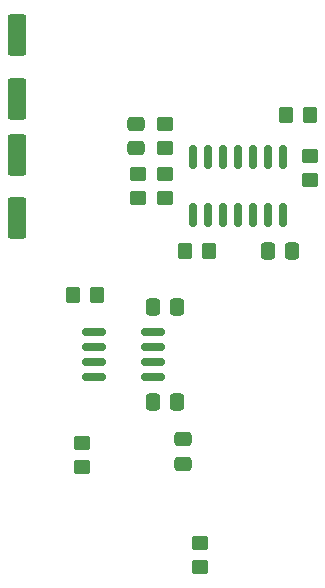
<source format=gbr>
%TF.GenerationSoftware,KiCad,Pcbnew,7.0.11-7.0.11~ubuntu22.04.1*%
%TF.CreationDate,2024-03-09T07:06:09+01:00*%
%TF.ProjectId,elcirc2024,656c6369-7263-4323-9032-342e6b696361,rev?*%
%TF.SameCoordinates,Original*%
%TF.FileFunction,Paste,Top*%
%TF.FilePolarity,Positive*%
%FSLAX46Y46*%
G04 Gerber Fmt 4.6, Leading zero omitted, Abs format (unit mm)*
G04 Created by KiCad (PCBNEW 7.0.11-7.0.11~ubuntu22.04.1) date 2024-03-09 07:06:09*
%MOMM*%
%LPD*%
G01*
G04 APERTURE LIST*
G04 Aperture macros list*
%AMRoundRect*
0 Rectangle with rounded corners*
0 $1 Rounding radius*
0 $2 $3 $4 $5 $6 $7 $8 $9 X,Y pos of 4 corners*
0 Add a 4 corners polygon primitive as box body*
4,1,4,$2,$3,$4,$5,$6,$7,$8,$9,$2,$3,0*
0 Add four circle primitives for the rounded corners*
1,1,$1+$1,$2,$3*
1,1,$1+$1,$4,$5*
1,1,$1+$1,$6,$7*
1,1,$1+$1,$8,$9*
0 Add four rect primitives between the rounded corners*
20,1,$1+$1,$2,$3,$4,$5,0*
20,1,$1+$1,$4,$5,$6,$7,0*
20,1,$1+$1,$6,$7,$8,$9,0*
20,1,$1+$1,$8,$9,$2,$3,0*%
G04 Aperture macros list end*
%ADD10RoundRect,0.250000X0.450000X-0.350000X0.450000X0.350000X-0.450000X0.350000X-0.450000X-0.350000X0*%
%ADD11RoundRect,0.250000X-0.450000X0.350000X-0.450000X-0.350000X0.450000X-0.350000X0.450000X0.350000X0*%
%ADD12RoundRect,0.250000X-0.337500X-0.475000X0.337500X-0.475000X0.337500X0.475000X-0.337500X0.475000X0*%
%ADD13RoundRect,0.150000X-0.825000X-0.150000X0.825000X-0.150000X0.825000X0.150000X-0.825000X0.150000X0*%
%ADD14RoundRect,0.250000X0.350000X0.450000X-0.350000X0.450000X-0.350000X-0.450000X0.350000X-0.450000X0*%
%ADD15RoundRect,0.250000X-0.550000X1.500000X-0.550000X-1.500000X0.550000X-1.500000X0.550000X1.500000X0*%
%ADD16RoundRect,0.250000X-0.350000X-0.450000X0.350000X-0.450000X0.350000X0.450000X-0.350000X0.450000X0*%
%ADD17RoundRect,0.250000X-0.475000X0.337500X-0.475000X-0.337500X0.475000X-0.337500X0.475000X0.337500X0*%
%ADD18RoundRect,0.150000X-0.150000X0.825000X-0.150000X-0.825000X0.150000X-0.825000X0.150000X0.825000X0*%
G04 APERTURE END LIST*
D10*
%TO.C,R9*%
X105250000Y-102500000D03*
X105250000Y-100500000D03*
%TD*%
D11*
%TO.C,R4*%
X102250000Y-65000000D03*
X102250000Y-67000000D03*
%TD*%
D10*
%TO.C,R5*%
X95250000Y-94000000D03*
X95250000Y-92000000D03*
%TD*%
D12*
%TO.C,C3*%
X101212500Y-80500000D03*
X103287500Y-80500000D03*
%TD*%
%TO.C,C7*%
X110962500Y-75750000D03*
X113037500Y-75750000D03*
%TD*%
D10*
%TO.C,R8*%
X114500000Y-69750000D03*
X114500000Y-67750000D03*
%TD*%
D13*
%TO.C,U1*%
X96275000Y-82595000D03*
X96275000Y-83865000D03*
X96275000Y-85135000D03*
X96275000Y-86405000D03*
X101225000Y-86405000D03*
X101225000Y-85135000D03*
X101225000Y-83865000D03*
X101225000Y-82595000D03*
%TD*%
D14*
%TO.C,R7*%
X114500000Y-64250000D03*
X112500000Y-64250000D03*
%TD*%
D15*
%TO.C,C1*%
X89750000Y-57450000D03*
X89750000Y-62850000D03*
%TD*%
D16*
%TO.C,R6*%
X94500000Y-79500000D03*
X96500000Y-79500000D03*
%TD*%
D10*
%TO.C,R3*%
X102250000Y-71250000D03*
X102250000Y-69250000D03*
%TD*%
D17*
%TO.C,C8*%
X99800000Y-64972500D03*
X99800000Y-67047500D03*
%TD*%
D15*
%TO.C,C2*%
X89750000Y-67600000D03*
X89750000Y-73000000D03*
%TD*%
D18*
%TO.C,U2*%
X112272500Y-67775000D03*
X111002500Y-67775000D03*
X109732500Y-67775000D03*
X108462500Y-67775000D03*
X107192500Y-67775000D03*
X105922500Y-67775000D03*
X104652500Y-67775000D03*
X104652500Y-72725000D03*
X105922500Y-72725000D03*
X107192500Y-72725000D03*
X108462500Y-72725000D03*
X109732500Y-72725000D03*
X111002500Y-72725000D03*
X112272500Y-72725000D03*
%TD*%
D10*
%TO.C,R2*%
X100000000Y-71250000D03*
X100000000Y-69250000D03*
%TD*%
D14*
%TO.C,R1*%
X105962500Y-75750000D03*
X103962500Y-75750000D03*
%TD*%
D17*
%TO.C,C9*%
X103750000Y-91712500D03*
X103750000Y-93787500D03*
%TD*%
D12*
%TO.C,C4*%
X101212500Y-88500000D03*
X103287500Y-88500000D03*
%TD*%
M02*

</source>
